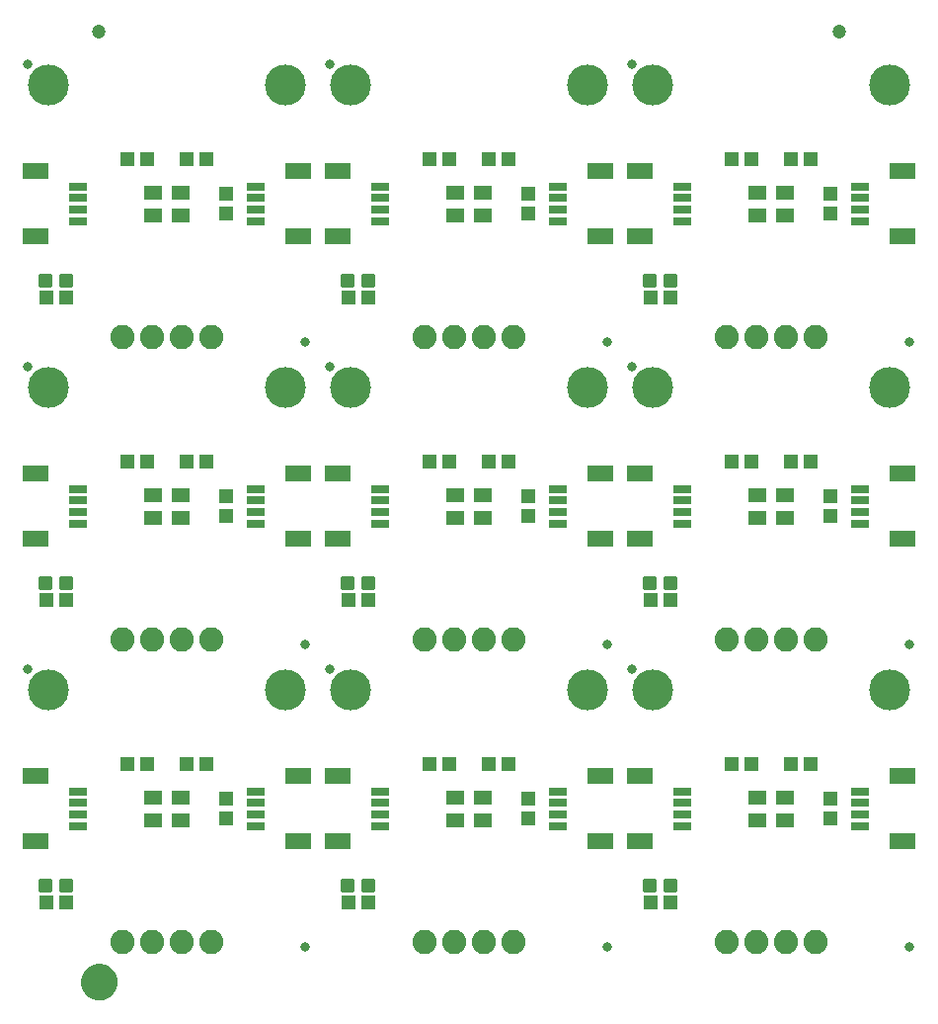
<source format=gts>
G75*
%MOIN*%
%OFA0B0*%
%FSLAX25Y25*%
%IPPOS*%
%LPD*%
%AMOC8*
5,1,8,0,0,1.08239X$1,22.5*
%
%ADD10C,0.13800*%
%ADD11C,0.03300*%
%ADD12R,0.05131X0.04737*%
%ADD13R,0.08674X0.05524*%
%ADD14R,0.06115X0.03162*%
%ADD15C,0.08200*%
%ADD16R,0.04737X0.05131*%
%ADD17C,0.01421*%
%ADD18R,0.06312X0.04737*%
%ADD19C,0.04737*%
%ADD20C,0.05000*%
%ADD21C,0.06706*%
D10*
X0038750Y0118750D03*
X0118750Y0118750D03*
X0140750Y0118750D03*
X0220750Y0118750D03*
X0242750Y0118750D03*
X0322750Y0118750D03*
X0322750Y0220750D03*
X0242750Y0220750D03*
X0220750Y0220750D03*
X0140750Y0220750D03*
X0118750Y0220750D03*
X0038750Y0220750D03*
X0038750Y0322750D03*
X0118750Y0322750D03*
X0140750Y0322750D03*
X0220750Y0322750D03*
X0242750Y0322750D03*
X0322750Y0322750D03*
D11*
X0235750Y0329750D03*
X0133750Y0329750D03*
X0031750Y0329750D03*
X0125250Y0236250D03*
X0133750Y0227750D03*
X0227250Y0236250D03*
X0235750Y0227750D03*
X0329250Y0236250D03*
X0329250Y0134250D03*
X0235750Y0125750D03*
X0227250Y0134250D03*
X0133750Y0125750D03*
X0125250Y0134250D03*
X0031750Y0125750D03*
X0125250Y0032250D03*
X0227250Y0032250D03*
X0329250Y0032250D03*
X0031750Y0227750D03*
D12*
X0037904Y0047250D03*
X0044596Y0047250D03*
X0065404Y0093750D03*
X0072096Y0093750D03*
X0085404Y0093750D03*
X0092096Y0093750D03*
X0139904Y0047250D03*
X0146596Y0047250D03*
X0167404Y0093750D03*
X0174096Y0093750D03*
X0187404Y0093750D03*
X0194096Y0093750D03*
X0241904Y0047250D03*
X0248596Y0047250D03*
X0269404Y0093750D03*
X0276096Y0093750D03*
X0289404Y0093750D03*
X0296096Y0093750D03*
X0248596Y0149250D03*
X0241904Y0149250D03*
X0269404Y0195750D03*
X0276096Y0195750D03*
X0289404Y0195750D03*
X0296096Y0195750D03*
X0248596Y0251250D03*
X0241904Y0251250D03*
X0269404Y0297750D03*
X0276096Y0297750D03*
X0289404Y0297750D03*
X0296096Y0297750D03*
X0194096Y0297750D03*
X0187404Y0297750D03*
X0174096Y0297750D03*
X0167404Y0297750D03*
X0146596Y0251250D03*
X0139904Y0251250D03*
X0092096Y0297750D03*
X0085404Y0297750D03*
X0072096Y0297750D03*
X0065404Y0297750D03*
X0044596Y0251250D03*
X0037904Y0251250D03*
X0065404Y0195750D03*
X0072096Y0195750D03*
X0085404Y0195750D03*
X0092096Y0195750D03*
X0044596Y0149250D03*
X0037904Y0149250D03*
X0139904Y0149250D03*
X0146596Y0149250D03*
X0167404Y0195750D03*
X0174096Y0195750D03*
X0187404Y0195750D03*
X0194096Y0195750D03*
D13*
X0225219Y0191774D03*
X0238281Y0191774D03*
X0238281Y0169726D03*
X0225219Y0169726D03*
X0225219Y0089774D03*
X0238281Y0089774D03*
X0238281Y0067726D03*
X0225219Y0067726D03*
X0136281Y0067726D03*
X0123219Y0067726D03*
X0123219Y0089774D03*
X0136281Y0089774D03*
X0136281Y0169726D03*
X0123219Y0169726D03*
X0123219Y0191774D03*
X0136281Y0191774D03*
X0136281Y0271726D03*
X0123219Y0271726D03*
X0123219Y0293774D03*
X0136281Y0293774D03*
X0225219Y0293774D03*
X0238281Y0293774D03*
X0238281Y0271726D03*
X0225219Y0271726D03*
X0327219Y0271726D03*
X0327219Y0293774D03*
X0327219Y0191774D03*
X0327219Y0169726D03*
X0327219Y0089774D03*
X0327219Y0067726D03*
X0034281Y0067726D03*
X0034281Y0089774D03*
X0034281Y0169726D03*
X0034281Y0191774D03*
X0034281Y0271726D03*
X0034281Y0293774D03*
D14*
X0048750Y0288656D03*
X0048750Y0284719D03*
X0048750Y0280781D03*
X0048750Y0276844D03*
X0108750Y0276844D03*
X0108750Y0280781D03*
X0108750Y0284719D03*
X0108750Y0288656D03*
X0150750Y0288656D03*
X0150750Y0284719D03*
X0150750Y0280781D03*
X0150750Y0276844D03*
X0210750Y0276844D03*
X0210750Y0280781D03*
X0210750Y0284719D03*
X0210750Y0288656D03*
X0252750Y0288656D03*
X0252750Y0284719D03*
X0252750Y0280781D03*
X0252750Y0276844D03*
X0312750Y0276844D03*
X0312750Y0280781D03*
X0312750Y0284719D03*
X0312750Y0288656D03*
X0312750Y0186656D03*
X0312750Y0182719D03*
X0312750Y0178781D03*
X0312750Y0174844D03*
X0252750Y0174844D03*
X0252750Y0178781D03*
X0252750Y0182719D03*
X0252750Y0186656D03*
X0210750Y0186656D03*
X0210750Y0182719D03*
X0210750Y0178781D03*
X0210750Y0174844D03*
X0150750Y0174844D03*
X0150750Y0178781D03*
X0150750Y0182719D03*
X0150750Y0186656D03*
X0108750Y0186656D03*
X0108750Y0182719D03*
X0108750Y0178781D03*
X0108750Y0174844D03*
X0048750Y0174844D03*
X0048750Y0178781D03*
X0048750Y0182719D03*
X0048750Y0186656D03*
X0048750Y0084656D03*
X0048750Y0080719D03*
X0048750Y0076781D03*
X0048750Y0072844D03*
X0108750Y0072844D03*
X0108750Y0076781D03*
X0108750Y0080719D03*
X0108750Y0084656D03*
X0150750Y0084656D03*
X0150750Y0080719D03*
X0150750Y0076781D03*
X0150750Y0072844D03*
X0210750Y0072844D03*
X0210750Y0076781D03*
X0210750Y0080719D03*
X0210750Y0084656D03*
X0252750Y0084656D03*
X0252750Y0080719D03*
X0252750Y0076781D03*
X0252750Y0072844D03*
X0312750Y0072844D03*
X0312750Y0076781D03*
X0312750Y0080719D03*
X0312750Y0084656D03*
D15*
X0297750Y0135750D03*
X0287750Y0135750D03*
X0277750Y0135750D03*
X0267750Y0135750D03*
X0195750Y0135750D03*
X0185750Y0135750D03*
X0175750Y0135750D03*
X0165750Y0135750D03*
X0093750Y0135750D03*
X0083750Y0135750D03*
X0073750Y0135750D03*
X0063750Y0135750D03*
X0063750Y0033750D03*
X0073750Y0033750D03*
X0083750Y0033750D03*
X0093750Y0033750D03*
X0165750Y0033750D03*
X0175750Y0033750D03*
X0185750Y0033750D03*
X0195750Y0033750D03*
X0267750Y0033750D03*
X0277750Y0033750D03*
X0287750Y0033750D03*
X0297750Y0033750D03*
X0297750Y0237750D03*
X0287750Y0237750D03*
X0277750Y0237750D03*
X0267750Y0237750D03*
X0195750Y0237750D03*
X0185750Y0237750D03*
X0175750Y0237750D03*
X0165750Y0237750D03*
X0093750Y0237750D03*
X0083750Y0237750D03*
X0073750Y0237750D03*
X0063750Y0237750D03*
D16*
X0098750Y0279404D03*
X0098750Y0286096D03*
X0200750Y0286096D03*
X0200750Y0279404D03*
X0302750Y0279404D03*
X0302750Y0286096D03*
X0302750Y0184096D03*
X0302750Y0177404D03*
X0200750Y0177404D03*
X0200750Y0184096D03*
X0098750Y0184096D03*
X0098750Y0177404D03*
X0098750Y0082096D03*
X0098750Y0075404D03*
X0200750Y0075404D03*
X0200750Y0082096D03*
X0302750Y0082096D03*
X0302750Y0075404D03*
D17*
X0247045Y0054408D02*
X0247045Y0051092D01*
X0247045Y0054408D02*
X0250361Y0054408D01*
X0250361Y0051092D01*
X0247045Y0051092D01*
X0247045Y0052512D02*
X0250361Y0052512D01*
X0250361Y0053932D02*
X0247045Y0053932D01*
X0240139Y0054408D02*
X0240139Y0051092D01*
X0240139Y0054408D02*
X0243455Y0054408D01*
X0243455Y0051092D01*
X0240139Y0051092D01*
X0240139Y0052512D02*
X0243455Y0052512D01*
X0243455Y0053932D02*
X0240139Y0053932D01*
X0145045Y0054408D02*
X0145045Y0051092D01*
X0145045Y0054408D02*
X0148361Y0054408D01*
X0148361Y0051092D01*
X0145045Y0051092D01*
X0145045Y0052512D02*
X0148361Y0052512D01*
X0148361Y0053932D02*
X0145045Y0053932D01*
X0138139Y0054408D02*
X0138139Y0051092D01*
X0138139Y0054408D02*
X0141455Y0054408D01*
X0141455Y0051092D01*
X0138139Y0051092D01*
X0138139Y0052512D02*
X0141455Y0052512D01*
X0141455Y0053932D02*
X0138139Y0053932D01*
X0043045Y0054408D02*
X0043045Y0051092D01*
X0043045Y0054408D02*
X0046361Y0054408D01*
X0046361Y0051092D01*
X0043045Y0051092D01*
X0043045Y0052512D02*
X0046361Y0052512D01*
X0046361Y0053932D02*
X0043045Y0053932D01*
X0036139Y0054408D02*
X0036139Y0051092D01*
X0036139Y0054408D02*
X0039455Y0054408D01*
X0039455Y0051092D01*
X0036139Y0051092D01*
X0036139Y0052512D02*
X0039455Y0052512D01*
X0039455Y0053932D02*
X0036139Y0053932D01*
X0036139Y0153092D02*
X0036139Y0156408D01*
X0039455Y0156408D01*
X0039455Y0153092D01*
X0036139Y0153092D01*
X0036139Y0154512D02*
X0039455Y0154512D01*
X0039455Y0155932D02*
X0036139Y0155932D01*
X0043045Y0156408D02*
X0043045Y0153092D01*
X0043045Y0156408D02*
X0046361Y0156408D01*
X0046361Y0153092D01*
X0043045Y0153092D01*
X0043045Y0154512D02*
X0046361Y0154512D01*
X0046361Y0155932D02*
X0043045Y0155932D01*
X0138139Y0156408D02*
X0138139Y0153092D01*
X0138139Y0156408D02*
X0141455Y0156408D01*
X0141455Y0153092D01*
X0138139Y0153092D01*
X0138139Y0154512D02*
X0141455Y0154512D01*
X0141455Y0155932D02*
X0138139Y0155932D01*
X0145045Y0156408D02*
X0145045Y0153092D01*
X0145045Y0156408D02*
X0148361Y0156408D01*
X0148361Y0153092D01*
X0145045Y0153092D01*
X0145045Y0154512D02*
X0148361Y0154512D01*
X0148361Y0155932D02*
X0145045Y0155932D01*
X0240139Y0156408D02*
X0240139Y0153092D01*
X0240139Y0156408D02*
X0243455Y0156408D01*
X0243455Y0153092D01*
X0240139Y0153092D01*
X0240139Y0154512D02*
X0243455Y0154512D01*
X0243455Y0155932D02*
X0240139Y0155932D01*
X0247045Y0156408D02*
X0247045Y0153092D01*
X0247045Y0156408D02*
X0250361Y0156408D01*
X0250361Y0153092D01*
X0247045Y0153092D01*
X0247045Y0154512D02*
X0250361Y0154512D01*
X0250361Y0155932D02*
X0247045Y0155932D01*
X0247045Y0255092D02*
X0247045Y0258408D01*
X0250361Y0258408D01*
X0250361Y0255092D01*
X0247045Y0255092D01*
X0247045Y0256512D02*
X0250361Y0256512D01*
X0250361Y0257932D02*
X0247045Y0257932D01*
X0240139Y0258408D02*
X0240139Y0255092D01*
X0240139Y0258408D02*
X0243455Y0258408D01*
X0243455Y0255092D01*
X0240139Y0255092D01*
X0240139Y0256512D02*
X0243455Y0256512D01*
X0243455Y0257932D02*
X0240139Y0257932D01*
X0145045Y0258408D02*
X0145045Y0255092D01*
X0145045Y0258408D02*
X0148361Y0258408D01*
X0148361Y0255092D01*
X0145045Y0255092D01*
X0145045Y0256512D02*
X0148361Y0256512D01*
X0148361Y0257932D02*
X0145045Y0257932D01*
X0138139Y0258408D02*
X0138139Y0255092D01*
X0138139Y0258408D02*
X0141455Y0258408D01*
X0141455Y0255092D01*
X0138139Y0255092D01*
X0138139Y0256512D02*
X0141455Y0256512D01*
X0141455Y0257932D02*
X0138139Y0257932D01*
X0043045Y0258408D02*
X0043045Y0255092D01*
X0043045Y0258408D02*
X0046361Y0258408D01*
X0046361Y0255092D01*
X0043045Y0255092D01*
X0043045Y0256512D02*
X0046361Y0256512D01*
X0046361Y0257932D02*
X0043045Y0257932D01*
X0036139Y0258408D02*
X0036139Y0255092D01*
X0036139Y0258408D02*
X0039455Y0258408D01*
X0039455Y0255092D01*
X0036139Y0255092D01*
X0036139Y0256512D02*
X0039455Y0256512D01*
X0039455Y0257932D02*
X0036139Y0257932D01*
D18*
X0074026Y0278813D03*
X0074026Y0286687D03*
X0083474Y0286687D03*
X0083474Y0278813D03*
X0176026Y0278813D03*
X0176026Y0286687D03*
X0185474Y0286687D03*
X0185474Y0278813D03*
X0278026Y0278813D03*
X0278026Y0286687D03*
X0287474Y0286687D03*
X0287474Y0278813D03*
X0287474Y0184687D03*
X0287474Y0176813D03*
X0278026Y0176813D03*
X0278026Y0184687D03*
X0185474Y0184687D03*
X0185474Y0176813D03*
X0176026Y0176813D03*
X0176026Y0184687D03*
X0083474Y0184687D03*
X0083474Y0176813D03*
X0074026Y0176813D03*
X0074026Y0184687D03*
X0074026Y0082687D03*
X0074026Y0074813D03*
X0083474Y0074813D03*
X0083474Y0082687D03*
X0176026Y0082687D03*
X0176026Y0074813D03*
X0185474Y0074813D03*
X0185474Y0082687D03*
X0278026Y0082687D03*
X0278026Y0074813D03*
X0287474Y0074813D03*
X0287474Y0082687D03*
D19*
X0305750Y0341000D03*
X0055750Y0341000D03*
D20*
X0052185Y0020500D02*
X0052187Y0020619D01*
X0052193Y0020738D01*
X0052203Y0020857D01*
X0052217Y0020975D01*
X0052235Y0021093D01*
X0052256Y0021210D01*
X0052282Y0021326D01*
X0052312Y0021442D01*
X0052345Y0021556D01*
X0052382Y0021669D01*
X0052423Y0021781D01*
X0052468Y0021892D01*
X0052516Y0022001D01*
X0052568Y0022108D01*
X0052624Y0022213D01*
X0052683Y0022317D01*
X0052745Y0022418D01*
X0052811Y0022518D01*
X0052880Y0022615D01*
X0052952Y0022709D01*
X0053028Y0022802D01*
X0053106Y0022891D01*
X0053187Y0022978D01*
X0053272Y0023063D01*
X0053359Y0023144D01*
X0053448Y0023222D01*
X0053541Y0023298D01*
X0053635Y0023370D01*
X0053732Y0023439D01*
X0053832Y0023505D01*
X0053933Y0023567D01*
X0054037Y0023626D01*
X0054142Y0023682D01*
X0054249Y0023734D01*
X0054358Y0023782D01*
X0054469Y0023827D01*
X0054581Y0023868D01*
X0054694Y0023905D01*
X0054808Y0023938D01*
X0054924Y0023968D01*
X0055040Y0023994D01*
X0055157Y0024015D01*
X0055275Y0024033D01*
X0055393Y0024047D01*
X0055512Y0024057D01*
X0055631Y0024063D01*
X0055750Y0024065D01*
X0055869Y0024063D01*
X0055988Y0024057D01*
X0056107Y0024047D01*
X0056225Y0024033D01*
X0056343Y0024015D01*
X0056460Y0023994D01*
X0056576Y0023968D01*
X0056692Y0023938D01*
X0056806Y0023905D01*
X0056919Y0023868D01*
X0057031Y0023827D01*
X0057142Y0023782D01*
X0057251Y0023734D01*
X0057358Y0023682D01*
X0057463Y0023626D01*
X0057567Y0023567D01*
X0057668Y0023505D01*
X0057768Y0023439D01*
X0057865Y0023370D01*
X0057959Y0023298D01*
X0058052Y0023222D01*
X0058141Y0023144D01*
X0058228Y0023063D01*
X0058313Y0022978D01*
X0058394Y0022891D01*
X0058472Y0022802D01*
X0058548Y0022709D01*
X0058620Y0022615D01*
X0058689Y0022518D01*
X0058755Y0022418D01*
X0058817Y0022317D01*
X0058876Y0022213D01*
X0058932Y0022108D01*
X0058984Y0022001D01*
X0059032Y0021892D01*
X0059077Y0021781D01*
X0059118Y0021669D01*
X0059155Y0021556D01*
X0059188Y0021442D01*
X0059218Y0021326D01*
X0059244Y0021210D01*
X0059265Y0021093D01*
X0059283Y0020975D01*
X0059297Y0020857D01*
X0059307Y0020738D01*
X0059313Y0020619D01*
X0059315Y0020500D01*
X0059313Y0020381D01*
X0059307Y0020262D01*
X0059297Y0020143D01*
X0059283Y0020025D01*
X0059265Y0019907D01*
X0059244Y0019790D01*
X0059218Y0019674D01*
X0059188Y0019558D01*
X0059155Y0019444D01*
X0059118Y0019331D01*
X0059077Y0019219D01*
X0059032Y0019108D01*
X0058984Y0018999D01*
X0058932Y0018892D01*
X0058876Y0018787D01*
X0058817Y0018683D01*
X0058755Y0018582D01*
X0058689Y0018482D01*
X0058620Y0018385D01*
X0058548Y0018291D01*
X0058472Y0018198D01*
X0058394Y0018109D01*
X0058313Y0018022D01*
X0058228Y0017937D01*
X0058141Y0017856D01*
X0058052Y0017778D01*
X0057959Y0017702D01*
X0057865Y0017630D01*
X0057768Y0017561D01*
X0057668Y0017495D01*
X0057567Y0017433D01*
X0057463Y0017374D01*
X0057358Y0017318D01*
X0057251Y0017266D01*
X0057142Y0017218D01*
X0057031Y0017173D01*
X0056919Y0017132D01*
X0056806Y0017095D01*
X0056692Y0017062D01*
X0056576Y0017032D01*
X0056460Y0017006D01*
X0056343Y0016985D01*
X0056225Y0016967D01*
X0056107Y0016953D01*
X0055988Y0016943D01*
X0055869Y0016937D01*
X0055750Y0016935D01*
X0055631Y0016937D01*
X0055512Y0016943D01*
X0055393Y0016953D01*
X0055275Y0016967D01*
X0055157Y0016985D01*
X0055040Y0017006D01*
X0054924Y0017032D01*
X0054808Y0017062D01*
X0054694Y0017095D01*
X0054581Y0017132D01*
X0054469Y0017173D01*
X0054358Y0017218D01*
X0054249Y0017266D01*
X0054142Y0017318D01*
X0054037Y0017374D01*
X0053933Y0017433D01*
X0053832Y0017495D01*
X0053732Y0017561D01*
X0053635Y0017630D01*
X0053541Y0017702D01*
X0053448Y0017778D01*
X0053359Y0017856D01*
X0053272Y0017937D01*
X0053187Y0018022D01*
X0053106Y0018109D01*
X0053028Y0018198D01*
X0052952Y0018291D01*
X0052880Y0018385D01*
X0052811Y0018482D01*
X0052745Y0018582D01*
X0052683Y0018683D01*
X0052624Y0018787D01*
X0052568Y0018892D01*
X0052516Y0018999D01*
X0052468Y0019108D01*
X0052423Y0019219D01*
X0052382Y0019331D01*
X0052345Y0019444D01*
X0052312Y0019558D01*
X0052282Y0019674D01*
X0052256Y0019790D01*
X0052235Y0019907D01*
X0052217Y0020025D01*
X0052203Y0020143D01*
X0052193Y0020262D01*
X0052187Y0020381D01*
X0052185Y0020500D01*
D21*
X0055750Y0020500D03*
M02*

</source>
